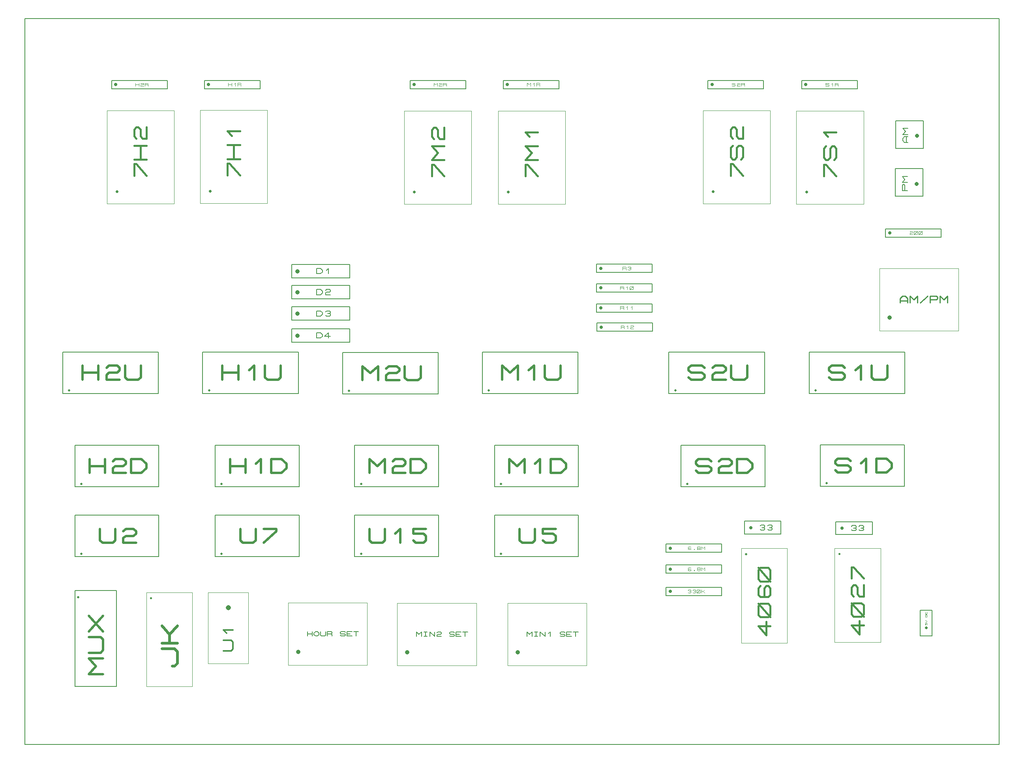
<source format=gbr>
G04 PROTEUS GERBER X2 FILE*
%TF.GenerationSoftware,Labcenter,Proteus,8.11-SP0-Build30052*%
%TF.CreationDate,2021-11-27T06:41:44+00:00*%
%TF.FileFunction,AssemblyDrawing,Top*%
%TF.FilePolarity,Positive*%
%TF.Part,Single*%
%TF.SameCoordinates,{e397242e-da90-49e6-b63e-a6f9376aac74}*%
%FSLAX45Y45*%
%MOMM*%
G01*
%TA.AperFunction,Profile*%
%ADD26C,0.203200*%
%TA.AperFunction,Material*%
%ADD27C,0.100000*%
%ADD45C,0.600000*%
%ADD46C,0.441000*%
%ADD28C,0.203200*%
%ADD72C,0.508000*%
%ADD47C,0.490380*%
%ADD48C,0.507080*%
%ADD49C,0.050000*%
%ADD50C,0.472000*%
%ADD51C,0.427670*%
%ADD52C,0.452000*%
%ADD53C,0.425920*%
%ADD54C,0.900000*%
%ADD55C,0.157160*%
%ADD56C,0.550760*%
%ADD57C,0.812800*%
%ADD58C,0.190500*%
%ADD59C,0.237380*%
%ADD60C,0.711200*%
%ADD61C,0.110230*%
%ADD62C,0.177800*%
%ADD63C,0.914400*%
%ADD64C,0.186690*%
%ADD73C,0.152400*%
%ADD65C,0.558800*%
%ADD66C,0.066730*%
%ADD67C,1.112000*%
%ADD68C,0.332460*%
%TD.AperFunction*%
D26*
X-19350000Y+21790000D02*
X+1550000Y+21790000D01*
X+1550000Y+37360000D01*
X-19350000Y+37360000D01*
X-19350000Y+21790000D01*
D27*
X-2802000Y+33377000D02*
X-1362000Y+33377000D01*
X-1362000Y+35377000D01*
X-2802000Y+35377000D01*
X-2802000Y+33377000D01*
D45*
X-2590000Y+33640000D02*
X-2590000Y+33640000D01*
D46*
X-2214300Y+33980261D02*
X-2214300Y+34228324D01*
X-2170200Y+34228324D01*
X-1949699Y+33980261D01*
X-1993799Y+34327550D02*
X-1949699Y+34377162D01*
X-1949699Y+34575613D01*
X-1993799Y+34625225D01*
X-2037899Y+34625225D01*
X-2082000Y+34575613D01*
X-2082000Y+34377162D01*
X-2126100Y+34327550D01*
X-2170200Y+34327550D01*
X-2214300Y+34377162D01*
X-2214300Y+34575613D01*
X-2170200Y+34625225D01*
X-2126100Y+34823676D02*
X-2214300Y+34922901D01*
X-1949699Y+34922901D01*
D27*
X-4802000Y+33387000D02*
X-3362000Y+33387000D01*
X-3362000Y+35387000D01*
X-4802000Y+35387000D01*
X-4802000Y+33387000D01*
D45*
X-4590000Y+33650000D02*
X-4590000Y+33650000D01*
D46*
X-4214300Y+33990261D02*
X-4214300Y+34238324D01*
X-4170200Y+34238324D01*
X-3949699Y+33990261D01*
X-3993799Y+34337550D02*
X-3949699Y+34387162D01*
X-3949699Y+34585613D01*
X-3993799Y+34635225D01*
X-4037899Y+34635225D01*
X-4082000Y+34585613D01*
X-4082000Y+34387162D01*
X-4126100Y+34337550D01*
X-4170200Y+34337550D01*
X-4214300Y+34387162D01*
X-4214300Y+34585613D01*
X-4170200Y+34635225D01*
X-4170200Y+34784063D02*
X-4214300Y+34833676D01*
X-4214300Y+34982514D01*
X-4170200Y+35032126D01*
X-4126100Y+35032126D01*
X-4082000Y+34982514D01*
X-4082000Y+34833676D01*
X-4037899Y+34784063D01*
X-3949699Y+34784063D01*
X-3949699Y+35032126D01*
D27*
X-9202000Y+33377000D02*
X-7762000Y+33377000D01*
X-7762000Y+35377000D01*
X-9202000Y+35377000D01*
X-9202000Y+33377000D01*
D45*
X-8990000Y+33640000D02*
X-8990000Y+33640000D01*
D46*
X-8614300Y+33980261D02*
X-8614300Y+34228324D01*
X-8570200Y+34228324D01*
X-8349699Y+33980261D01*
X-8349699Y+34327550D02*
X-8614300Y+34327550D01*
X-8482000Y+34476387D01*
X-8614300Y+34625225D01*
X-8349699Y+34625225D01*
X-8526100Y+34823676D02*
X-8614300Y+34922901D01*
X-8349699Y+34922901D01*
D27*
X-11212000Y+33377000D02*
X-9772000Y+33377000D01*
X-9772000Y+35377000D01*
X-11212000Y+35377000D01*
X-11212000Y+33377000D01*
D45*
X-11000000Y+33640000D02*
X-11000000Y+33640000D01*
D46*
X-10624300Y+33980261D02*
X-10624300Y+34228324D01*
X-10580200Y+34228324D01*
X-10359699Y+33980261D01*
X-10359699Y+34327550D02*
X-10624300Y+34327550D01*
X-10492000Y+34476387D01*
X-10624300Y+34625225D01*
X-10359699Y+34625225D01*
X-10580200Y+34774063D02*
X-10624300Y+34823676D01*
X-10624300Y+34972514D01*
X-10580200Y+35022126D01*
X-10536100Y+35022126D01*
X-10492000Y+34972514D01*
X-10492000Y+34823676D01*
X-10447899Y+34774063D01*
X-10359699Y+34774063D01*
X-10359699Y+35022126D01*
D27*
X-15592000Y+33397000D02*
X-14152000Y+33397000D01*
X-14152000Y+35397000D01*
X-15592000Y+35397000D01*
X-15592000Y+33397000D01*
D45*
X-15380000Y+33660000D02*
X-15380000Y+33660000D01*
D46*
X-15004300Y+34000261D02*
X-15004300Y+34248324D01*
X-14960200Y+34248324D01*
X-14739699Y+34000261D01*
X-14739699Y+34347550D02*
X-15004300Y+34347550D01*
X-15004300Y+34645225D02*
X-14739699Y+34645225D01*
X-14872000Y+34347550D02*
X-14872000Y+34645225D01*
X-14916100Y+34843676D02*
X-15004300Y+34942901D01*
X-14739699Y+34942901D01*
D27*
X-17592000Y+33387000D02*
X-16152000Y+33387000D01*
X-16152000Y+35387000D01*
X-17592000Y+35387000D01*
X-17592000Y+33387000D01*
D45*
X-17380000Y+33650000D02*
X-17380000Y+33650000D01*
D46*
X-17004300Y+33990261D02*
X-17004300Y+34238324D01*
X-16960200Y+34238324D01*
X-16739699Y+33990261D01*
X-16739699Y+34337550D02*
X-17004300Y+34337550D01*
X-17004300Y+34635225D02*
X-16739699Y+34635225D01*
X-16872000Y+34337550D02*
X-16872000Y+34635225D01*
X-16960200Y+34784063D02*
X-17004300Y+34833676D01*
X-17004300Y+34982514D01*
X-16960200Y+35032126D01*
X-16916100Y+35032126D01*
X-16872000Y+34982514D01*
X-16872000Y+34833676D01*
X-16827899Y+34784063D01*
X-16739699Y+34784063D01*
X-16739699Y+35032126D01*
D28*
X-2287160Y+27326500D02*
X-488840Y+27326500D01*
X-488840Y+28215500D01*
X-2287160Y+28215500D01*
X-2287160Y+27326500D01*
D72*
X-2150000Y+27390000D02*
X-2150000Y+27390000D01*
D47*
X-1968745Y+27672922D02*
X-1913577Y+27623883D01*
X-1692902Y+27623883D01*
X-1637733Y+27672922D01*
X-1637733Y+27721961D01*
X-1692902Y+27771000D01*
X-1913577Y+27771000D01*
X-1968745Y+27820039D01*
X-1968745Y+27869078D01*
X-1913577Y+27918117D01*
X-1692902Y+27918117D01*
X-1637733Y+27869078D01*
X-1417058Y+27820039D02*
X-1306720Y+27918117D01*
X-1306720Y+27623883D01*
X-1086045Y+27623883D02*
X-1086045Y+27918117D01*
X-865370Y+27918117D01*
X-755033Y+27820039D01*
X-755033Y+27721961D01*
X-865370Y+27623883D01*
X-1086045Y+27623883D01*
D28*
X-2527160Y+29316500D02*
X-474840Y+29316500D01*
X-474840Y+30205500D01*
X-2527160Y+30205500D01*
X-2527160Y+29316500D01*
D72*
X-2390000Y+29380000D02*
X-2390000Y+29380000D01*
D48*
X-2104284Y+29659583D02*
X-2047237Y+29608875D01*
X-1819049Y+29608875D01*
X-1762002Y+29659583D01*
X-1762002Y+29710292D01*
X-1819049Y+29761000D01*
X-2047237Y+29761000D01*
X-2104284Y+29811709D01*
X-2104284Y+29862417D01*
X-2047237Y+29913126D01*
X-1819049Y+29913126D01*
X-1762002Y+29862417D01*
X-1533814Y+29811709D02*
X-1419720Y+29913126D01*
X-1419720Y+29608875D01*
X-1191532Y+29913126D02*
X-1191532Y+29659583D01*
X-1134485Y+29608875D01*
X-906297Y+29608875D01*
X-849250Y+29659583D01*
X-849250Y+29913126D01*
D28*
X-5277160Y+27316500D02*
X-3478840Y+27316500D01*
X-3478840Y+28205500D01*
X-5277160Y+28205500D01*
X-5277160Y+27316500D01*
D72*
X-5140000Y+27380000D02*
X-5140000Y+27380000D01*
D47*
X-4958745Y+27662922D02*
X-4903577Y+27613883D01*
X-4682902Y+27613883D01*
X-4627733Y+27662922D01*
X-4627733Y+27711961D01*
X-4682902Y+27761000D01*
X-4903577Y+27761000D01*
X-4958745Y+27810039D01*
X-4958745Y+27859078D01*
X-4903577Y+27908117D01*
X-4682902Y+27908117D01*
X-4627733Y+27859078D01*
X-4462227Y+27859078D02*
X-4407058Y+27908117D01*
X-4241552Y+27908117D01*
X-4186383Y+27859078D01*
X-4186383Y+27810039D01*
X-4241552Y+27761000D01*
X-4407058Y+27761000D01*
X-4462227Y+27711961D01*
X-4462227Y+27613883D01*
X-4186383Y+27613883D01*
X-4076045Y+27613883D02*
X-4076045Y+27908117D01*
X-3855370Y+27908117D01*
X-3745033Y+27810039D01*
X-3745033Y+27711961D01*
X-3855370Y+27613883D01*
X-4076045Y+27613883D01*
D28*
X-5537160Y+29316500D02*
X-3484840Y+29316500D01*
X-3484840Y+30205500D01*
X-5537160Y+30205500D01*
X-5537160Y+29316500D01*
D72*
X-5400000Y+29380000D02*
X-5400000Y+29380000D01*
D48*
X-5114284Y+29659583D02*
X-5057237Y+29608875D01*
X-4829049Y+29608875D01*
X-4772002Y+29659583D01*
X-4772002Y+29710292D01*
X-4829049Y+29761000D01*
X-5057237Y+29761000D01*
X-5114284Y+29811709D01*
X-5114284Y+29862417D01*
X-5057237Y+29913126D01*
X-4829049Y+29913126D01*
X-4772002Y+29862417D01*
X-4600861Y+29862417D02*
X-4543814Y+29913126D01*
X-4372673Y+29913126D01*
X-4315626Y+29862417D01*
X-4315626Y+29811709D01*
X-4372673Y+29761000D01*
X-4543814Y+29761000D01*
X-4600861Y+29710292D01*
X-4600861Y+29608875D01*
X-4315626Y+29608875D01*
X-4201532Y+29913126D02*
X-4201532Y+29659583D01*
X-4144485Y+29608875D01*
X-3916297Y+29608875D01*
X-3859250Y+29659583D01*
X-3859250Y+29913126D01*
D28*
X-9277160Y+27316500D02*
X-7478840Y+27316500D01*
X-7478840Y+28205500D01*
X-9277160Y+28205500D01*
X-9277160Y+27316500D01*
D72*
X-9140000Y+27380000D02*
X-9140000Y+27380000D01*
D47*
X-8958745Y+27613883D02*
X-8958745Y+27908117D01*
X-8793239Y+27761000D01*
X-8627733Y+27908117D01*
X-8627733Y+27613883D01*
X-8407058Y+27810039D02*
X-8296720Y+27908117D01*
X-8296720Y+27613883D01*
X-8076045Y+27613883D02*
X-8076045Y+27908117D01*
X-7855370Y+27908117D01*
X-7745033Y+27810039D01*
X-7745033Y+27711961D01*
X-7855370Y+27613883D01*
X-8076045Y+27613883D01*
D28*
X-9537160Y+29316500D02*
X-7484840Y+29316500D01*
X-7484840Y+30205500D01*
X-9537160Y+30205500D01*
X-9537160Y+29316500D01*
D72*
X-9400000Y+29380000D02*
X-9400000Y+29380000D01*
D48*
X-9114284Y+29608875D02*
X-9114284Y+29913126D01*
X-8943143Y+29761000D01*
X-8772002Y+29913126D01*
X-8772002Y+29608875D01*
X-8543814Y+29811709D02*
X-8429720Y+29913126D01*
X-8429720Y+29608875D01*
X-8201532Y+29913126D02*
X-8201532Y+29659583D01*
X-8144485Y+29608875D01*
X-7916297Y+29608875D01*
X-7859250Y+29659583D01*
X-7859250Y+29913126D01*
D28*
X-12277160Y+27316500D02*
X-10478840Y+27316500D01*
X-10478840Y+28205500D01*
X-12277160Y+28205500D01*
X-12277160Y+27316500D01*
D72*
X-12140000Y+27380000D02*
X-12140000Y+27380000D01*
D47*
X-11958745Y+27613883D02*
X-11958745Y+27908117D01*
X-11793239Y+27761000D01*
X-11627733Y+27908117D01*
X-11627733Y+27613883D01*
X-11462227Y+27859078D02*
X-11407058Y+27908117D01*
X-11241552Y+27908117D01*
X-11186383Y+27859078D01*
X-11186383Y+27810039D01*
X-11241552Y+27761000D01*
X-11407058Y+27761000D01*
X-11462227Y+27711961D01*
X-11462227Y+27613883D01*
X-11186383Y+27613883D01*
X-11076045Y+27613883D02*
X-11076045Y+27908117D01*
X-10855370Y+27908117D01*
X-10745033Y+27810039D01*
X-10745033Y+27711961D01*
X-10855370Y+27613883D01*
X-11076045Y+27613883D01*
D28*
X-12537160Y+29306500D02*
X-10484840Y+29306500D01*
X-10484840Y+30195500D01*
X-12537160Y+30195500D01*
X-12537160Y+29306500D01*
D72*
X-12400000Y+29370000D02*
X-12400000Y+29370000D01*
D48*
X-12114284Y+29598875D02*
X-12114284Y+29903126D01*
X-11943143Y+29751000D01*
X-11772002Y+29903126D01*
X-11772002Y+29598875D01*
X-11600861Y+29852417D02*
X-11543814Y+29903126D01*
X-11372673Y+29903126D01*
X-11315626Y+29852417D01*
X-11315626Y+29801709D01*
X-11372673Y+29751000D01*
X-11543814Y+29751000D01*
X-11600861Y+29700292D01*
X-11600861Y+29598875D01*
X-11315626Y+29598875D01*
X-11201532Y+29903126D02*
X-11201532Y+29649583D01*
X-11144485Y+29598875D01*
X-10916297Y+29598875D01*
X-10859250Y+29649583D01*
X-10859250Y+29903126D01*
D28*
X-15267160Y+27316500D02*
X-13468840Y+27316500D01*
X-13468840Y+28205500D01*
X-15267160Y+28205500D01*
X-15267160Y+27316500D01*
D72*
X-15130000Y+27380000D02*
X-15130000Y+27380000D01*
D47*
X-14948745Y+27613883D02*
X-14948745Y+27908117D01*
X-14617733Y+27908117D02*
X-14617733Y+27613883D01*
X-14948745Y+27761000D02*
X-14617733Y+27761000D01*
X-14397058Y+27810039D02*
X-14286720Y+27908117D01*
X-14286720Y+27613883D01*
X-14066045Y+27613883D02*
X-14066045Y+27908117D01*
X-13845370Y+27908117D01*
X-13735033Y+27810039D01*
X-13735033Y+27711961D01*
X-13845370Y+27613883D01*
X-14066045Y+27613883D01*
D28*
X-15537160Y+29316500D02*
X-13484840Y+29316500D01*
X-13484840Y+30205500D01*
X-15537160Y+30205500D01*
X-15537160Y+29316500D01*
D72*
X-15400000Y+29380000D02*
X-15400000Y+29380000D01*
D48*
X-15114284Y+29608875D02*
X-15114284Y+29913126D01*
X-14772002Y+29913126D02*
X-14772002Y+29608875D01*
X-15114284Y+29761000D02*
X-14772002Y+29761000D01*
X-14543814Y+29811709D02*
X-14429720Y+29913126D01*
X-14429720Y+29608875D01*
X-14201532Y+29913126D02*
X-14201532Y+29659583D01*
X-14144485Y+29608875D01*
X-13916297Y+29608875D01*
X-13859250Y+29659583D01*
X-13859250Y+29913126D01*
D28*
X-18277160Y+27316500D02*
X-16478840Y+27316500D01*
X-16478840Y+28205500D01*
X-18277160Y+28205500D01*
X-18277160Y+27316500D01*
D72*
X-18140000Y+27380000D02*
X-18140000Y+27380000D01*
D47*
X-17958745Y+27613883D02*
X-17958745Y+27908117D01*
X-17627733Y+27908117D02*
X-17627733Y+27613883D01*
X-17958745Y+27761000D02*
X-17627733Y+27761000D01*
X-17462227Y+27859078D02*
X-17407058Y+27908117D01*
X-17241552Y+27908117D01*
X-17186383Y+27859078D01*
X-17186383Y+27810039D01*
X-17241552Y+27761000D01*
X-17407058Y+27761000D01*
X-17462227Y+27711961D01*
X-17462227Y+27613883D01*
X-17186383Y+27613883D01*
X-17076045Y+27613883D02*
X-17076045Y+27908117D01*
X-16855370Y+27908117D01*
X-16745033Y+27810039D01*
X-16745033Y+27711961D01*
X-16855370Y+27613883D01*
X-17076045Y+27613883D01*
D28*
X-18537160Y+29316500D02*
X-16484840Y+29316500D01*
X-16484840Y+30205500D01*
X-18537160Y+30205500D01*
X-18537160Y+29316500D01*
D72*
X-18400000Y+29380000D02*
X-18400000Y+29380000D01*
D48*
X-18114284Y+29608875D02*
X-18114284Y+29913126D01*
X-17772002Y+29913126D02*
X-17772002Y+29608875D01*
X-18114284Y+29761000D02*
X-17772002Y+29761000D01*
X-17600861Y+29862417D02*
X-17543814Y+29913126D01*
X-17372673Y+29913126D01*
X-17315626Y+29862417D01*
X-17315626Y+29811709D01*
X-17372673Y+29761000D01*
X-17543814Y+29761000D01*
X-17600861Y+29710292D01*
X-17600861Y+29608875D01*
X-17315626Y+29608875D01*
X-17201532Y+29913126D02*
X-17201532Y+29659583D01*
X-17144485Y+29608875D01*
X-16916297Y+29608875D01*
X-16859250Y+29659583D01*
X-16859250Y+29913126D01*
D28*
X-18277160Y+25816500D02*
X-16478840Y+25816500D01*
X-16478840Y+26705500D01*
X-18277160Y+26705500D01*
X-18277160Y+25816500D01*
D72*
X-18140000Y+25880000D02*
X-18140000Y+25880000D01*
D47*
X-17738070Y+26408117D02*
X-17738070Y+26162922D01*
X-17682902Y+26113883D01*
X-17462227Y+26113883D01*
X-17407058Y+26162922D01*
X-17407058Y+26408117D01*
X-17241552Y+26359078D02*
X-17186383Y+26408117D01*
X-17020877Y+26408117D01*
X-16965708Y+26359078D01*
X-16965708Y+26310039D01*
X-17020877Y+26261000D01*
X-17186383Y+26261000D01*
X-17241552Y+26211961D01*
X-17241552Y+26113883D01*
X-16965708Y+26113883D01*
D28*
X-9277160Y+25816500D02*
X-7478840Y+25816500D01*
X-7478840Y+26705500D01*
X-9277160Y+26705500D01*
X-9277160Y+25816500D01*
D72*
X-9140000Y+25880000D02*
X-9140000Y+25880000D01*
D47*
X-8738070Y+26408117D02*
X-8738070Y+26162922D01*
X-8682902Y+26113883D01*
X-8462227Y+26113883D01*
X-8407058Y+26162922D01*
X-8407058Y+26408117D01*
X-7965708Y+26408117D02*
X-8241552Y+26408117D01*
X-8241552Y+26310039D01*
X-8020877Y+26310039D01*
X-7965708Y+26261000D01*
X-7965708Y+26162922D01*
X-8020877Y+26113883D01*
X-8186383Y+26113883D01*
X-8241552Y+26162922D01*
D28*
X-15267160Y+25816500D02*
X-13468840Y+25816500D01*
X-13468840Y+26705500D01*
X-15267160Y+26705500D01*
X-15267160Y+25816500D01*
D72*
X-15130000Y+25880000D02*
X-15130000Y+25880000D01*
D47*
X-14728070Y+26408117D02*
X-14728070Y+26162922D01*
X-14672902Y+26113883D01*
X-14452227Y+26113883D01*
X-14397058Y+26162922D01*
X-14397058Y+26408117D01*
X-14231552Y+26408117D02*
X-13955708Y+26408117D01*
X-13955708Y+26359078D01*
X-14231552Y+26113883D01*
D28*
X-12277160Y+25816500D02*
X-10478840Y+25816500D01*
X-10478840Y+26705500D01*
X-12277160Y+26705500D01*
X-12277160Y+25816500D01*
D72*
X-12140000Y+25880000D02*
X-12140000Y+25880000D01*
D47*
X-11958745Y+26408117D02*
X-11958745Y+26162922D01*
X-11903577Y+26113883D01*
X-11682902Y+26113883D01*
X-11627733Y+26162922D01*
X-11627733Y+26408117D01*
X-11407058Y+26310039D02*
X-11296720Y+26408117D01*
X-11296720Y+26113883D01*
X-10745033Y+26408117D02*
X-11020877Y+26408117D01*
X-11020877Y+26310039D01*
X-10800202Y+26310039D01*
X-10745033Y+26261000D01*
X-10745033Y+26162922D01*
X-10800202Y+26113883D01*
X-10965708Y+26113883D01*
X-11020877Y+26162922D01*
D49*
X-3981000Y+23964000D02*
X-2999000Y+23964000D01*
X-2999000Y+25996000D01*
X-3981000Y+25996000D01*
X-3981000Y+23964000D01*
D50*
X-3883700Y+25869000D02*
X-3883700Y+25869000D01*
D51*
X-3447232Y+24422320D02*
X-3447232Y+24133642D01*
X-3618301Y+24326094D01*
X-3361698Y+24326094D01*
X-3404465Y+24518546D02*
X-3575534Y+24518546D01*
X-3618301Y+24566659D01*
X-3618301Y+24759111D01*
X-3575534Y+24807224D01*
X-3404465Y+24807224D01*
X-3361698Y+24759111D01*
X-3361698Y+24566659D01*
X-3404465Y+24518546D01*
X-3361698Y+24518546D02*
X-3618301Y+24807224D01*
X-3575534Y+25192128D02*
X-3618301Y+25144015D01*
X-3618301Y+24999676D01*
X-3575534Y+24951563D01*
X-3404465Y+24951563D01*
X-3361698Y+24999676D01*
X-3361698Y+25144015D01*
X-3404465Y+25192128D01*
X-3447232Y+25192128D01*
X-3490000Y+25144015D01*
X-3490000Y+24951563D01*
X-3404465Y+25288354D02*
X-3575534Y+25288354D01*
X-3618301Y+25336467D01*
X-3618301Y+25528919D01*
X-3575534Y+25577032D01*
X-3404465Y+25577032D01*
X-3361698Y+25528919D01*
X-3361698Y+25336467D01*
X-3404465Y+25288354D01*
X-3361698Y+25288354D02*
X-3618301Y+25577032D01*
D49*
X-1984000Y+23980000D02*
X-996000Y+23980000D01*
X-996000Y+26000000D01*
X-1984000Y+26000000D01*
X-1984000Y+23980000D01*
D52*
X-1887000Y+25879000D02*
X-1887000Y+25879000D01*
D53*
X-1447407Y+24437788D02*
X-1447407Y+24150292D01*
X-1617776Y+24341956D01*
X-1362223Y+24341956D01*
X-1404815Y+24533621D02*
X-1575184Y+24533621D01*
X-1617776Y+24581537D01*
X-1617776Y+24773201D01*
X-1575184Y+24821117D01*
X-1404815Y+24821117D01*
X-1362223Y+24773201D01*
X-1362223Y+24581537D01*
X-1404815Y+24533621D01*
X-1362223Y+24533621D02*
X-1617776Y+24821117D01*
X-1575184Y+24964866D02*
X-1617776Y+25012782D01*
X-1617776Y+25156530D01*
X-1575184Y+25204446D01*
X-1532592Y+25204446D01*
X-1490000Y+25156530D01*
X-1490000Y+25012782D01*
X-1447407Y+24964866D01*
X-1362223Y+24964866D01*
X-1362223Y+25204446D01*
X-1617776Y+25348195D02*
X-1617776Y+25587775D01*
X-1575184Y+25587775D01*
X-1362223Y+25348195D01*
D27*
X-8992000Y+23481000D02*
X-7298000Y+23481000D01*
X-7298000Y+24821000D01*
X-8992000Y+24821000D01*
X-8992000Y+23481000D01*
D54*
X-8780000Y+23770000D02*
X-8780000Y+23770000D01*
D55*
X-8579804Y+24103849D02*
X-8579804Y+24198150D01*
X-8526760Y+24151000D01*
X-8473716Y+24198150D01*
X-8473716Y+24103849D01*
X-8420672Y+24198150D02*
X-8349947Y+24198150D01*
X-8385309Y+24198150D02*
X-8385309Y+24103849D01*
X-8420672Y+24103849D02*
X-8349947Y+24103849D01*
X-8296902Y+24103849D02*
X-8296902Y+24198150D01*
X-8190814Y+24103849D01*
X-8190814Y+24198150D01*
X-8120089Y+24166716D02*
X-8084726Y+24198150D01*
X-8084726Y+24103849D01*
X-7872549Y+24119566D02*
X-7854868Y+24103849D01*
X-7784143Y+24103849D01*
X-7766461Y+24119566D01*
X-7766461Y+24135283D01*
X-7784143Y+24151000D01*
X-7854868Y+24151000D01*
X-7872549Y+24166716D01*
X-7872549Y+24182433D01*
X-7854868Y+24198150D01*
X-7784143Y+24198150D01*
X-7766461Y+24182433D01*
X-7625010Y+24103849D02*
X-7731098Y+24103849D01*
X-7731098Y+24198150D01*
X-7625010Y+24198150D01*
X-7731098Y+24151000D02*
X-7660373Y+24151000D01*
X-7589647Y+24198150D02*
X-7483559Y+24198150D01*
X-7536603Y+24198150D02*
X-7536603Y+24103849D01*
D27*
X-11362000Y+23481000D02*
X-9668000Y+23481000D01*
X-9668000Y+24821000D01*
X-11362000Y+24821000D01*
X-11362000Y+23481000D01*
D54*
X-11150000Y+23770000D02*
X-11150000Y+23770000D01*
D55*
X-10949804Y+24103849D02*
X-10949804Y+24198150D01*
X-10896760Y+24151000D01*
X-10843716Y+24198150D01*
X-10843716Y+24103849D01*
X-10790672Y+24198150D02*
X-10719947Y+24198150D01*
X-10755309Y+24198150D02*
X-10755309Y+24103849D01*
X-10790672Y+24103849D02*
X-10719947Y+24103849D01*
X-10666902Y+24103849D02*
X-10666902Y+24198150D01*
X-10560814Y+24103849D01*
X-10560814Y+24198150D01*
X-10507770Y+24182433D02*
X-10490089Y+24198150D01*
X-10437045Y+24198150D01*
X-10419363Y+24182433D01*
X-10419363Y+24166716D01*
X-10437045Y+24151000D01*
X-10490089Y+24151000D01*
X-10507770Y+24135283D01*
X-10507770Y+24103849D01*
X-10419363Y+24103849D01*
X-10242549Y+24119566D02*
X-10224868Y+24103849D01*
X-10154143Y+24103849D01*
X-10136461Y+24119566D01*
X-10136461Y+24135283D01*
X-10154143Y+24151000D01*
X-10224868Y+24151000D01*
X-10242549Y+24166716D01*
X-10242549Y+24182433D01*
X-10224868Y+24198150D01*
X-10154143Y+24198150D01*
X-10136461Y+24182433D01*
X-9995010Y+24103849D02*
X-10101098Y+24103849D01*
X-10101098Y+24198150D01*
X-9995010Y+24198150D01*
X-10101098Y+24151000D02*
X-10030373Y+24151000D01*
X-9959647Y+24198150D02*
X-9853559Y+24198150D01*
X-9906603Y+24198150D02*
X-9906603Y+24103849D01*
D27*
X-13702000Y+23491000D02*
X-12008000Y+23491000D01*
X-12008000Y+24831000D01*
X-13702000Y+24831000D01*
X-13702000Y+23491000D01*
D54*
X-13490000Y+23780000D02*
X-13490000Y+23780000D01*
D55*
X-13289804Y+24113849D02*
X-13289804Y+24208150D01*
X-13183716Y+24208150D02*
X-13183716Y+24113849D01*
X-13289804Y+24161000D02*
X-13183716Y+24161000D01*
X-13148353Y+24176716D02*
X-13112991Y+24208150D01*
X-13077628Y+24208150D01*
X-13042265Y+24176716D01*
X-13042265Y+24145283D01*
X-13077628Y+24113849D01*
X-13112991Y+24113849D01*
X-13148353Y+24145283D01*
X-13148353Y+24176716D01*
X-13006902Y+24208150D02*
X-13006902Y+24129566D01*
X-12989221Y+24113849D01*
X-12918496Y+24113849D01*
X-12900814Y+24129566D01*
X-12900814Y+24208150D01*
X-12865451Y+24113849D02*
X-12865451Y+24208150D01*
X-12777045Y+24208150D01*
X-12759363Y+24192433D01*
X-12759363Y+24176716D01*
X-12777045Y+24161000D01*
X-12865451Y+24161000D01*
X-12777045Y+24161000D02*
X-12759363Y+24145283D01*
X-12759363Y+24113849D01*
X-12582549Y+24129566D02*
X-12564868Y+24113849D01*
X-12494143Y+24113849D01*
X-12476461Y+24129566D01*
X-12476461Y+24145283D01*
X-12494143Y+24161000D01*
X-12564868Y+24161000D01*
X-12582549Y+24176716D01*
X-12582549Y+24192433D01*
X-12564868Y+24208150D01*
X-12494143Y+24208150D01*
X-12476461Y+24192433D01*
X-12335010Y+24113849D02*
X-12441098Y+24113849D01*
X-12441098Y+24208150D01*
X-12335010Y+24208150D01*
X-12441098Y+24161000D02*
X-12370373Y+24161000D01*
X-12299647Y+24208150D02*
X-12193559Y+24208150D01*
X-12246603Y+24208150D02*
X-12246603Y+24113849D01*
D28*
X-18273500Y+23034840D02*
X-17384500Y+23034840D01*
X-17384500Y+25087160D01*
X-18273500Y+25087160D01*
X-18273500Y+23034840D01*
D72*
X-18210000Y+24950000D02*
X-18210000Y+24950000D01*
D48*
X-17676875Y+23295156D02*
X-17981126Y+23295156D01*
X-17829000Y+23466297D01*
X-17981126Y+23637438D01*
X-17676875Y+23637438D01*
X-17981126Y+23751532D02*
X-17727583Y+23751532D01*
X-17676875Y+23808579D01*
X-17676875Y+24036767D01*
X-17727583Y+24093814D01*
X-17981126Y+24093814D01*
X-17981126Y+24207908D02*
X-17676875Y+24550190D01*
X-17676875Y+24207908D02*
X-17981126Y+24550190D01*
D49*
X-16744000Y+23030000D02*
X-15756000Y+23030000D01*
X-15756000Y+25050000D01*
X-16744000Y+25050000D01*
X-16744000Y+23030000D01*
D52*
X-16647000Y+24929000D02*
X-16647000Y+24929000D01*
D56*
X-16194924Y+23471262D02*
X-16139847Y+23471262D01*
X-16084771Y+23533223D01*
X-16084771Y+23781067D01*
X-16139847Y+23843028D01*
X-16415230Y+23843028D01*
X-16415230Y+23966950D02*
X-16084771Y+23966950D01*
X-16415230Y+24338716D02*
X-16250000Y+24152833D01*
X-16084771Y+24338716D01*
X-16250000Y+23966950D02*
X-16250000Y+24152833D01*
D28*
X-670660Y+34575840D02*
X-78840Y+34575840D01*
X-78840Y+35167660D01*
X-670660Y+35167660D01*
X-670660Y+34575840D01*
D57*
X-216000Y+34840000D02*
X-216000Y+34840000D01*
D58*
X-406500Y+34700300D02*
X-482700Y+34700300D01*
X-520800Y+34743162D01*
X-520800Y+34786025D01*
X-482700Y+34828887D01*
X-406500Y+34828887D01*
X-444600Y+34700300D02*
X-444600Y+34828887D01*
X-406500Y+34871750D02*
X-520800Y+34871750D01*
X-463650Y+34936043D01*
X-520800Y+35000337D01*
X-406500Y+35000337D01*
D28*
X-680660Y+33545840D02*
X-88840Y+33545840D01*
X-88840Y+34137660D01*
X-680660Y+34137660D01*
X-680660Y+33545840D01*
D57*
X-226000Y+33810000D02*
X-226000Y+33810000D01*
D58*
X-416500Y+33670300D02*
X-530800Y+33670300D01*
X-530800Y+33777456D01*
X-511750Y+33798887D01*
X-492700Y+33798887D01*
X-473650Y+33777456D01*
X-473650Y+33670300D01*
X-416500Y+33841750D02*
X-530800Y+33841750D01*
X-473650Y+33906043D01*
X-530800Y+33970337D01*
X-416500Y+33970337D01*
D27*
X-1022000Y+30661000D02*
X+672000Y+30661000D01*
X+672000Y+32001000D01*
X-1022000Y+32001000D01*
X-1022000Y+30661000D01*
D54*
X-810000Y+30950000D02*
X-810000Y+30950000D01*
D59*
X-578110Y+31259785D02*
X-578110Y+31354738D01*
X-524699Y+31402215D01*
X-471288Y+31402215D01*
X-417877Y+31354738D01*
X-417877Y+31259785D01*
X-578110Y+31307262D02*
X-417877Y+31307262D01*
X-364466Y+31259785D02*
X-364466Y+31402215D01*
X-284350Y+31331000D01*
X-204233Y+31402215D01*
X-204233Y+31259785D01*
X+9411Y+31402215D02*
X-150822Y+31259785D01*
X+62822Y+31259785D02*
X+62822Y+31402215D01*
X+196349Y+31402215D01*
X+223055Y+31378477D01*
X+223055Y+31354738D01*
X+196349Y+31331000D01*
X+62822Y+31331000D01*
X+276466Y+31259785D02*
X+276466Y+31402215D01*
X+356582Y+31331000D01*
X+436699Y+31402215D01*
X+436699Y+31259785D01*
D28*
X-5598900Y+25911100D02*
X-4405100Y+25911100D01*
X-4405100Y+26088900D01*
X-5598900Y+26088900D01*
X-5598900Y+25911100D01*
D60*
X-5510000Y+26000000D02*
X-5510000Y+26000000D01*
D61*
X-5063785Y+26022047D02*
X-5076187Y+26033070D01*
X-5113391Y+26033070D01*
X-5125793Y+26022047D01*
X-5125793Y+25977952D01*
X-5113391Y+25966929D01*
X-5076187Y+25966929D01*
X-5063785Y+25977952D01*
X-5063785Y+25988976D01*
X-5076187Y+26000000D01*
X-5125793Y+26000000D01*
X-5001778Y+25977952D02*
X-4989376Y+25977952D01*
X-4989376Y+25966929D01*
X-5001778Y+25966929D01*
X-5001778Y+25977952D01*
X-4914967Y+26000000D02*
X-4927369Y+26011023D01*
X-4927369Y+26022047D01*
X-4914967Y+26033070D01*
X-4877763Y+26033070D01*
X-4865361Y+26022047D01*
X-4865361Y+26011023D01*
X-4877763Y+26000000D01*
X-4914967Y+26000000D01*
X-4927369Y+25988976D01*
X-4927369Y+25977952D01*
X-4914967Y+25966929D01*
X-4877763Y+25966929D01*
X-4865361Y+25977952D01*
X-4865361Y+25988976D01*
X-4877763Y+26000000D01*
X-4840558Y+25966929D02*
X-4840558Y+26033070D01*
X-4803354Y+26000000D01*
X-4766149Y+26033070D01*
X-4766149Y+25966929D01*
D28*
X-5598900Y+25461100D02*
X-4405100Y+25461100D01*
X-4405100Y+25638900D01*
X-5598900Y+25638900D01*
X-5598900Y+25461100D01*
D60*
X-5510000Y+25550000D02*
X-5510000Y+25550000D01*
D61*
X-5063785Y+25572047D02*
X-5076187Y+25583070D01*
X-5113391Y+25583070D01*
X-5125793Y+25572047D01*
X-5125793Y+25527952D01*
X-5113391Y+25516929D01*
X-5076187Y+25516929D01*
X-5063785Y+25527952D01*
X-5063785Y+25538976D01*
X-5076187Y+25550000D01*
X-5125793Y+25550000D01*
X-5001778Y+25527952D02*
X-4989376Y+25527952D01*
X-4989376Y+25516929D01*
X-5001778Y+25516929D01*
X-5001778Y+25527952D01*
X-4914967Y+25550000D02*
X-4927369Y+25561023D01*
X-4927369Y+25572047D01*
X-4914967Y+25583070D01*
X-4877763Y+25583070D01*
X-4865361Y+25572047D01*
X-4865361Y+25561023D01*
X-4877763Y+25550000D01*
X-4914967Y+25550000D01*
X-4927369Y+25538976D01*
X-4927369Y+25527952D01*
X-4914967Y+25516929D01*
X-4877763Y+25516929D01*
X-4865361Y+25527952D01*
X-4865361Y+25538976D01*
X-4877763Y+25550000D01*
X-4840558Y+25516929D02*
X-4840558Y+25583070D01*
X-4803354Y+25550000D01*
X-4766149Y+25583070D01*
X-4766149Y+25516929D01*
D28*
X-5598900Y+24981100D02*
X-4405100Y+24981100D01*
X-4405100Y+25158900D01*
X-5598900Y+25158900D01*
X-5598900Y+24981100D01*
D60*
X-5510000Y+25070000D02*
X-5510000Y+25070000D01*
D61*
X-5125793Y+25092047D02*
X-5113391Y+25103070D01*
X-5076187Y+25103070D01*
X-5063785Y+25092047D01*
X-5063785Y+25081023D01*
X-5076187Y+25070000D01*
X-5063785Y+25058976D01*
X-5063785Y+25047952D01*
X-5076187Y+25036929D01*
X-5113391Y+25036929D01*
X-5125793Y+25047952D01*
X-5100990Y+25070000D02*
X-5076187Y+25070000D01*
X-5026581Y+25092047D02*
X-5014179Y+25103070D01*
X-4976975Y+25103070D01*
X-4964573Y+25092047D01*
X-4964573Y+25081023D01*
X-4976975Y+25070000D01*
X-4964573Y+25058976D01*
X-4964573Y+25047952D01*
X-4976975Y+25036929D01*
X-5014179Y+25036929D01*
X-5026581Y+25047952D01*
X-5001778Y+25070000D02*
X-4976975Y+25070000D01*
X-4939770Y+25047952D02*
X-4939770Y+25092047D01*
X-4927369Y+25103070D01*
X-4877763Y+25103070D01*
X-4865361Y+25092047D01*
X-4865361Y+25047952D01*
X-4877763Y+25036929D01*
X-4927369Y+25036929D01*
X-4939770Y+25047952D01*
X-4939770Y+25036929D02*
X-4865361Y+25103070D01*
X-4840558Y+25103070D02*
X-4840558Y+25036929D01*
X-4766149Y+25103070D02*
X-4803354Y+25070000D01*
X-4766149Y+25036929D01*
X-4840558Y+25070000D02*
X-4803354Y+25070000D01*
D28*
X-3917160Y+26302840D02*
X-3134840Y+26302840D01*
X-3134840Y+26577160D01*
X-3917160Y+26577160D01*
X-3917160Y+26302840D01*
D60*
X-3780000Y+26440000D02*
X-3780000Y+26440000D01*
D62*
X-3579658Y+26475560D02*
X-3559655Y+26493340D01*
X-3499648Y+26493340D01*
X-3479645Y+26475560D01*
X-3479645Y+26457780D01*
X-3499648Y+26440000D01*
X-3479645Y+26422220D01*
X-3479645Y+26404440D01*
X-3499648Y+26386660D01*
X-3559655Y+26386660D01*
X-3579658Y+26404440D01*
X-3539653Y+26440000D02*
X-3499648Y+26440000D01*
X-3419638Y+26475560D02*
X-3399635Y+26493340D01*
X-3339628Y+26493340D01*
X-3319625Y+26475560D01*
X-3319625Y+26457780D01*
X-3339628Y+26440000D01*
X-3319625Y+26422220D01*
X-3319625Y+26404440D01*
X-3339628Y+26386660D01*
X-3399635Y+26386660D01*
X-3419638Y+26404440D01*
X-3379633Y+26440000D02*
X-3339628Y+26440000D01*
D28*
X-1957160Y+26292840D02*
X-1174840Y+26292840D01*
X-1174840Y+26567160D01*
X-1957160Y+26567160D01*
X-1957160Y+26292840D01*
D60*
X-1820000Y+26430000D02*
X-1820000Y+26430000D01*
D62*
X-1619658Y+26465560D02*
X-1599655Y+26483340D01*
X-1539648Y+26483340D01*
X-1519645Y+26465560D01*
X-1519645Y+26447780D01*
X-1539648Y+26430000D01*
X-1519645Y+26412220D01*
X-1519645Y+26394440D01*
X-1539648Y+26376660D01*
X-1599655Y+26376660D01*
X-1619658Y+26394440D01*
X-1579653Y+26430000D02*
X-1539648Y+26430000D01*
X-1459638Y+26465560D02*
X-1439635Y+26483340D01*
X-1379628Y+26483340D01*
X-1359625Y+26465560D01*
X-1359625Y+26447780D01*
X-1379628Y+26430000D01*
X-1359625Y+26412220D01*
X-1359625Y+26394440D01*
X-1379628Y+26376660D01*
X-1439635Y+26376660D01*
X-1459638Y+26394440D01*
X-1419633Y+26430000D02*
X-1379628Y+26430000D01*
D28*
X-2688900Y+35851100D02*
X-1495100Y+35851100D01*
X-1495100Y+36028900D01*
X-2688900Y+36028900D01*
X-2688900Y+35851100D01*
D60*
X-2600000Y+35940000D02*
X-2600000Y+35940000D01*
D61*
X-2178588Y+35917952D02*
X-2166187Y+35906929D01*
X-2116581Y+35906929D01*
X-2104179Y+35917952D01*
X-2104179Y+35928976D01*
X-2116581Y+35940000D01*
X-2166187Y+35940000D01*
X-2178588Y+35951023D01*
X-2178588Y+35962047D01*
X-2166187Y+35973070D01*
X-2116581Y+35973070D01*
X-2104179Y+35962047D01*
X-2054573Y+35951023D02*
X-2029770Y+35973070D01*
X-2029770Y+35906929D01*
X-1980164Y+35906929D02*
X-1980164Y+35973070D01*
X-1918157Y+35973070D01*
X-1905755Y+35962047D01*
X-1905755Y+35951023D01*
X-1918157Y+35940000D01*
X-1980164Y+35940000D01*
X-1918157Y+35940000D02*
X-1905755Y+35928976D01*
X-1905755Y+35906929D01*
D28*
X-17488900Y+35851100D02*
X-16295100Y+35851100D01*
X-16295100Y+36028900D01*
X-17488900Y+36028900D01*
X-17488900Y+35851100D01*
D60*
X-17400000Y+35940000D02*
X-17400000Y+35940000D01*
D61*
X-16978588Y+35906929D02*
X-16978588Y+35973070D01*
X-16904179Y+35973070D02*
X-16904179Y+35906929D01*
X-16978588Y+35940000D02*
X-16904179Y+35940000D01*
X-16866975Y+35962047D02*
X-16854573Y+35973070D01*
X-16817369Y+35973070D01*
X-16804967Y+35962047D01*
X-16804967Y+35951023D01*
X-16817369Y+35940000D01*
X-16854573Y+35940000D01*
X-16866975Y+35928976D01*
X-16866975Y+35906929D01*
X-16804967Y+35906929D01*
X-16780164Y+35906929D02*
X-16780164Y+35973070D01*
X-16718157Y+35973070D01*
X-16705755Y+35962047D01*
X-16705755Y+35951023D01*
X-16718157Y+35940000D01*
X-16780164Y+35940000D01*
X-16718157Y+35940000D02*
X-16705755Y+35928976D01*
X-16705755Y+35906929D01*
D28*
X-11088900Y+35851100D02*
X-9895100Y+35851100D01*
X-9895100Y+36028900D01*
X-11088900Y+36028900D01*
X-11088900Y+35851100D01*
D60*
X-11000000Y+35940000D02*
X-11000000Y+35940000D01*
D61*
X-10578588Y+35906929D02*
X-10578588Y+35973070D01*
X-10541384Y+35940000D01*
X-10504179Y+35973070D01*
X-10504179Y+35906929D01*
X-10466975Y+35962047D02*
X-10454573Y+35973070D01*
X-10417369Y+35973070D01*
X-10404967Y+35962047D01*
X-10404967Y+35951023D01*
X-10417369Y+35940000D01*
X-10454573Y+35940000D01*
X-10466975Y+35928976D01*
X-10466975Y+35906929D01*
X-10404967Y+35906929D01*
X-10380164Y+35906929D02*
X-10380164Y+35973070D01*
X-10318157Y+35973070D01*
X-10305755Y+35962047D01*
X-10305755Y+35951023D01*
X-10318157Y+35940000D01*
X-10380164Y+35940000D01*
X-10318157Y+35940000D02*
X-10305755Y+35928976D01*
X-10305755Y+35906929D01*
D28*
X-13624300Y+31797760D02*
X-12379700Y+31797760D01*
X-12379700Y+32084780D01*
X-13624300Y+32084780D01*
X-13624300Y+31797760D01*
D63*
X-13510000Y+31940000D02*
X-13510000Y+31940000D01*
D64*
X-13090011Y+31885263D02*
X-13090011Y+31997277D01*
X-13006001Y+31997277D01*
X-12963996Y+31959939D01*
X-12963996Y+31922601D01*
X-13006001Y+31885263D01*
X-13090011Y+31885263D01*
X-12879985Y+31959939D02*
X-12837980Y+31997277D01*
X-12837980Y+31885263D01*
D28*
X-13624300Y+31347760D02*
X-12379700Y+31347760D01*
X-12379700Y+31634780D01*
X-13624300Y+31634780D01*
X-13624300Y+31347760D01*
D63*
X-13510000Y+31490000D02*
X-13510000Y+31490000D01*
D64*
X-13090011Y+31435263D02*
X-13090011Y+31547277D01*
X-13006001Y+31547277D01*
X-12963996Y+31509939D01*
X-12963996Y+31472601D01*
X-13006001Y+31435263D01*
X-13090011Y+31435263D01*
X-12900988Y+31528608D02*
X-12879985Y+31547277D01*
X-12816977Y+31547277D01*
X-12795975Y+31528608D01*
X-12795975Y+31509939D01*
X-12816977Y+31491270D01*
X-12879985Y+31491270D01*
X-12900988Y+31472601D01*
X-12900988Y+31435263D01*
X-12795975Y+31435263D01*
D28*
X-13624300Y+30887760D02*
X-12379700Y+30887760D01*
X-12379700Y+31174780D01*
X-13624300Y+31174780D01*
X-13624300Y+30887760D01*
D63*
X-13510000Y+31030000D02*
X-13510000Y+31030000D01*
D64*
X-13090011Y+30975263D02*
X-13090011Y+31087277D01*
X-13006001Y+31087277D01*
X-12963996Y+31049939D01*
X-12963996Y+31012601D01*
X-13006001Y+30975263D01*
X-13090011Y+30975263D01*
X-12900988Y+31068608D02*
X-12879985Y+31087277D01*
X-12816977Y+31087277D01*
X-12795975Y+31068608D01*
X-12795975Y+31049939D01*
X-12816977Y+31031270D01*
X-12795975Y+31012601D01*
X-12795975Y+30993932D01*
X-12816977Y+30975263D01*
X-12879985Y+30975263D01*
X-12900988Y+30993932D01*
X-12858983Y+31031270D02*
X-12816977Y+31031270D01*
D28*
X-13624300Y+30417760D02*
X-12379700Y+30417760D01*
X-12379700Y+30704780D01*
X-13624300Y+30704780D01*
X-13624300Y+30417760D01*
D63*
X-13510000Y+30560000D02*
X-13510000Y+30560000D01*
D64*
X-13090011Y+30505263D02*
X-13090011Y+30617277D01*
X-13006001Y+30617277D01*
X-12963996Y+30579939D01*
X-12963996Y+30542601D01*
X-13006001Y+30505263D01*
X-13090011Y+30505263D01*
X-12795975Y+30542601D02*
X-12921990Y+30542601D01*
X-12837980Y+30617277D01*
X-12837980Y+30505263D01*
D28*
X-15498900Y+35855100D02*
X-14305100Y+35855100D01*
X-14305100Y+36032900D01*
X-15498900Y+36032900D01*
X-15498900Y+35855100D01*
D60*
X-15410000Y+35944000D02*
X-15410000Y+35944000D01*
D61*
X-14988588Y+35910929D02*
X-14988588Y+35977070D01*
X-14914179Y+35977070D02*
X-14914179Y+35910929D01*
X-14988588Y+35944000D02*
X-14914179Y+35944000D01*
X-14864573Y+35955023D02*
X-14839770Y+35977070D01*
X-14839770Y+35910929D01*
X-14790164Y+35910929D02*
X-14790164Y+35977070D01*
X-14728157Y+35977070D01*
X-14715755Y+35966047D01*
X-14715755Y+35955023D01*
X-14728157Y+35944000D01*
X-14790164Y+35944000D01*
X-14728157Y+35944000D02*
X-14715755Y+35932976D01*
X-14715755Y+35910929D01*
D28*
X-9088900Y+35855100D02*
X-7895100Y+35855100D01*
X-7895100Y+36032900D01*
X-9088900Y+36032900D01*
X-9088900Y+35855100D01*
D60*
X-9000000Y+35944000D02*
X-9000000Y+35944000D01*
D61*
X-8578588Y+35910929D02*
X-8578588Y+35977070D01*
X-8541384Y+35944000D01*
X-8504179Y+35977070D01*
X-8504179Y+35910929D01*
X-8454573Y+35955023D02*
X-8429770Y+35977070D01*
X-8429770Y+35910929D01*
X-8380164Y+35910929D02*
X-8380164Y+35977070D01*
X-8318157Y+35977070D01*
X-8305755Y+35966047D01*
X-8305755Y+35955023D01*
X-8318157Y+35944000D01*
X-8380164Y+35944000D01*
X-8318157Y+35944000D02*
X-8305755Y+35932976D01*
X-8305755Y+35910929D01*
D28*
X-4698900Y+35851100D02*
X-3505100Y+35851100D01*
X-3505100Y+36028900D01*
X-4698900Y+36028900D01*
X-4698900Y+35851100D01*
D60*
X-4610000Y+35940000D02*
X-4610000Y+35940000D01*
D61*
X-4188588Y+35917952D02*
X-4176187Y+35906929D01*
X-4126581Y+35906929D01*
X-4114179Y+35917952D01*
X-4114179Y+35928976D01*
X-4126581Y+35940000D01*
X-4176187Y+35940000D01*
X-4188588Y+35951023D01*
X-4188588Y+35962047D01*
X-4176187Y+35973070D01*
X-4126581Y+35973070D01*
X-4114179Y+35962047D01*
X-4076975Y+35962047D02*
X-4064573Y+35973070D01*
X-4027369Y+35973070D01*
X-4014967Y+35962047D01*
X-4014967Y+35951023D01*
X-4027369Y+35940000D01*
X-4064573Y+35940000D01*
X-4076975Y+35928976D01*
X-4076975Y+35906929D01*
X-4014967Y+35906929D01*
X-3990164Y+35906929D02*
X-3990164Y+35973070D01*
X-3928157Y+35973070D01*
X-3915755Y+35962047D01*
X-3915755Y+35951023D01*
X-3928157Y+35940000D01*
X-3990164Y+35940000D01*
X-3928157Y+35940000D02*
X-3915755Y+35928976D01*
X-3915755Y+35906929D01*
D28*
X-888900Y+32671100D02*
X+304900Y+32671100D01*
X+304900Y+32848900D01*
X-888900Y+32848900D01*
X-888900Y+32671100D01*
D60*
X-800000Y+32760000D02*
X-800000Y+32760000D01*
D61*
X-366187Y+32782047D02*
X-353785Y+32793070D01*
X-316581Y+32793070D01*
X-304179Y+32782047D01*
X-304179Y+32771023D01*
X-316581Y+32760000D01*
X-353785Y+32760000D01*
X-366187Y+32748976D01*
X-366187Y+32726929D01*
X-304179Y+32726929D01*
X-279376Y+32737952D02*
X-279376Y+32782047D01*
X-266975Y+32793070D01*
X-217369Y+32793070D01*
X-204967Y+32782047D01*
X-204967Y+32737952D01*
X-217369Y+32726929D01*
X-266975Y+32726929D01*
X-279376Y+32737952D01*
X-279376Y+32726929D02*
X-204967Y+32793070D01*
X-180164Y+32737952D02*
X-180164Y+32782047D01*
X-167763Y+32793070D01*
X-118157Y+32793070D01*
X-105755Y+32782047D01*
X-105755Y+32737952D01*
X-118157Y+32726929D01*
X-167763Y+32726929D01*
X-180164Y+32737952D01*
X-180164Y+32726929D02*
X-105755Y+32793070D01*
D73*
X-145400Y+24115680D02*
X+106060Y+24115680D01*
X+106060Y+24664320D01*
X-145400Y+24664320D01*
X-145400Y+24115680D01*
X+106060Y+24115680D01*
X+106060Y+24664320D01*
X-145400Y+24664320D01*
X-145400Y+24115680D01*
D65*
X-20000Y+24290000D02*
X-20000Y+24290000D01*
D66*
X-39690Y+24389831D02*
X-39690Y+24352292D01*
X-26343Y+24352292D01*
X-26343Y+24382323D01*
X-19670Y+24389831D01*
X-6322Y+24389831D01*
X+351Y+24382323D01*
X+351Y+24359800D01*
X-6322Y+24352292D01*
X-39690Y+24404847D02*
X-19670Y+24404847D01*
X+351Y+24427370D01*
X-19670Y+24449893D01*
X-39690Y+24449893D01*
X+351Y+24524971D02*
X-39690Y+24524971D01*
X-39690Y+24555002D01*
X-26343Y+24570017D01*
X-12996Y+24570017D01*
X+351Y+24555002D01*
X+351Y+24524971D01*
X-6322Y+24630079D02*
X+351Y+24622571D01*
X+351Y+24600048D01*
X-12996Y+24585033D01*
X-26343Y+24585033D01*
X-39690Y+24600048D01*
X-39690Y+24622571D01*
X-33017Y+24630079D01*
D28*
X-7088900Y+31911100D02*
X-5895100Y+31911100D01*
X-5895100Y+32088900D01*
X-7088900Y+32088900D01*
X-7088900Y+31911100D01*
D60*
X-7000000Y+32000000D02*
X-7000000Y+32000000D01*
D61*
X-6528982Y+31966929D02*
X-6528982Y+32033070D01*
X-6466975Y+32033070D01*
X-6454573Y+32022047D01*
X-6454573Y+32011023D01*
X-6466975Y+32000000D01*
X-6528982Y+32000000D01*
X-6466975Y+32000000D02*
X-6454573Y+31988976D01*
X-6454573Y+31966929D01*
X-6417369Y+32022047D02*
X-6404967Y+32033070D01*
X-6367763Y+32033070D01*
X-6355361Y+32022047D01*
X-6355361Y+32011023D01*
X-6367763Y+32000000D01*
X-6355361Y+31988976D01*
X-6355361Y+31977952D01*
X-6367763Y+31966929D01*
X-6404967Y+31966929D01*
X-6417369Y+31977952D01*
X-6392566Y+32000000D02*
X-6367763Y+32000000D01*
D28*
X-7088900Y+31491100D02*
X-5895100Y+31491100D01*
X-5895100Y+31668900D01*
X-7088900Y+31668900D01*
X-7088900Y+31491100D01*
D60*
X-7000000Y+31580000D02*
X-7000000Y+31580000D01*
D61*
X-6578588Y+31546929D02*
X-6578588Y+31613070D01*
X-6516581Y+31613070D01*
X-6504179Y+31602047D01*
X-6504179Y+31591023D01*
X-6516581Y+31580000D01*
X-6578588Y+31580000D01*
X-6516581Y+31580000D02*
X-6504179Y+31568976D01*
X-6504179Y+31546929D01*
X-6454573Y+31591023D02*
X-6429770Y+31613070D01*
X-6429770Y+31546929D01*
X-6380164Y+31557952D02*
X-6380164Y+31602047D01*
X-6367763Y+31613070D01*
X-6318157Y+31613070D01*
X-6305755Y+31602047D01*
X-6305755Y+31557952D01*
X-6318157Y+31546929D01*
X-6367763Y+31546929D01*
X-6380164Y+31557952D01*
X-6380164Y+31546929D02*
X-6305755Y+31613070D01*
D28*
X-7088900Y+31061100D02*
X-5895100Y+31061100D01*
X-5895100Y+31238900D01*
X-7088900Y+31238900D01*
X-7088900Y+31061100D01*
D60*
X-7000000Y+31150000D02*
X-7000000Y+31150000D01*
D61*
X-6578588Y+31116929D02*
X-6578588Y+31183070D01*
X-6516581Y+31183070D01*
X-6504179Y+31172047D01*
X-6504179Y+31161023D01*
X-6516581Y+31150000D01*
X-6578588Y+31150000D01*
X-6516581Y+31150000D02*
X-6504179Y+31138976D01*
X-6504179Y+31116929D01*
X-6454573Y+31161023D02*
X-6429770Y+31183070D01*
X-6429770Y+31116929D01*
X-6355361Y+31161023D02*
X-6330558Y+31183070D01*
X-6330558Y+31116929D01*
D28*
X-7078900Y+30651100D02*
X-5885100Y+30651100D01*
X-5885100Y+30828900D01*
X-7078900Y+30828900D01*
X-7078900Y+30651100D01*
D60*
X-6990000Y+30740000D02*
X-6990000Y+30740000D01*
D61*
X-6568588Y+30706929D02*
X-6568588Y+30773070D01*
X-6506581Y+30773070D01*
X-6494179Y+30762047D01*
X-6494179Y+30751023D01*
X-6506581Y+30740000D01*
X-6568588Y+30740000D01*
X-6506581Y+30740000D02*
X-6494179Y+30728976D01*
X-6494179Y+30706929D01*
X-6444573Y+30751023D02*
X-6419770Y+30773070D01*
X-6419770Y+30706929D01*
X-6357763Y+30762047D02*
X-6345361Y+30773070D01*
X-6308157Y+30773070D01*
X-6295755Y+30762047D01*
X-6295755Y+30751023D01*
X-6308157Y+30740000D01*
X-6345361Y+30740000D01*
X-6357763Y+30728976D01*
X-6357763Y+30706929D01*
X-6295755Y+30706929D01*
D27*
X-15420000Y+23525000D02*
X-14560000Y+23525000D01*
X-14560000Y+25050000D01*
X-15420000Y+25050000D01*
X-15420000Y+23525000D01*
D67*
X-14990000Y+24730000D02*
X-14990000Y+24730000D01*
D68*
X-15089741Y+23797978D02*
X-14923506Y+23797978D01*
X-14890259Y+23835380D01*
X-14890259Y+23984991D01*
X-14923506Y+24022394D01*
X-15089741Y+24022394D01*
X-15023247Y+24172005D02*
X-15089741Y+24246811D01*
X-14890259Y+24246811D01*
M02*

</source>
